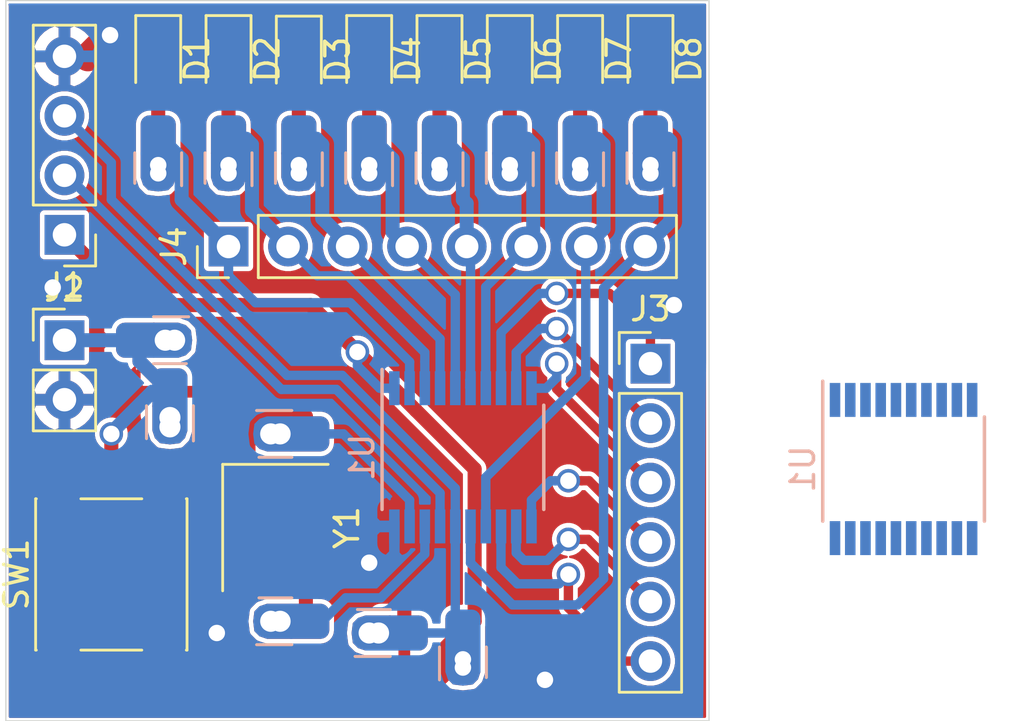
<source format=kicad_pcb>
(kicad_pcb (version 20171130) (host pcbnew "(5.1.5)-3")
  (layers (0 F.Cu signal hide) (31 B.Cu signal) (34 B.Paste user) (35 F.Paste user) (36 B.SilkS user) (37 F.SilkS user hide) (38 B.Mask user) (39 F.Mask user) (44 Edge.Cuts user))
  (net 0 "")
  (net 1 "Net-(C1-Pad2)")
  (net 2 "Net-(C1-Pad1)")
  (net 3 GND)
  (net 4 "Net-(C2-Pad1)")
  (net 5 RST)
  (net 6 "Net-(C5-Pad1)")
  (net 7 "Net-(C5-Pad2)")
  (net 8 "Net-(D1-Pad2)")
  (net 9 "Net-(D2-Pad2)")
  (net 10 "Net-(D3-Pad2)")
  (net 11 "Net-(D4-Pad2)")
  (net 12 "Net-(D5-Pad2)")
  (net 13 "Net-(D6-Pad2)")
  (net 14 "Net-(D7-Pad2)")
  (net 15 "Net-(D8-Pad2)")
  (net 16 VCC)
  (net 17 TST)
  (net 18 P2.0)
  (net 19 P2.1)
  (net 20 P2.2)
  (net 21 P2.3)
  (net 22 P2.4)
  (net 23 P2.5)
  (net 24 P1.0)
  (net 25 P1.1)
  (net 26 P1.2)
  (net 27 P1.3)
  (net 28 P1.4)
  (net 29 P1.5)
  (net 30 P1.6)
  (net 31 P1.7)
  (module Package_SO:TSSOP-20_4.4x6.5mm_P0.65mm (layer B.Cu) (at 119.8 89.5 270)
    (fp_text reference U1 (at 0 4.3 270) (layer B.SilkS) (effects (justify mirror)))
    (fp_text value MSP430G2553IPW20)
    (pad 20 smd rect (at 2.95 2.925 270) (size 1.45 0.45) (layers B.Cu B.Paste B.Mask) (net 3 GND))
    (pad 19 smd rect (at 2.95 2.275 270) (size 1.45 0.45) (layers B.Cu B.Paste B.Mask) (net 1 "Net-(C1-Pad2)"))
    (pad 18 smd rect (at 2.95 1.625 270) (size 1.45 0.45) (layers B.Cu B.Paste B.Mask) (net 6 "Net-(C5-Pad1)"))
    (pad 17 smd rect (at 2.95 0.975 270) (size 1.45 0.45) (layers B.Cu B.Paste B.Mask) (net 17 TST))
    (pad 16 smd rect (at 2.95 0.325 270) (size 1.45 0.45) (layers B.Cu B.Paste B.Mask) (net 5 RST))
    (pad 15 smd rect (at 2.95 -0.325 270) (size 1.45 0.45) (layers B.Cu B.Paste B.Mask) (net 31 P1.7))
    (pad 14 smd rect (at 2.95 -0.975 270) (size 1.45 0.45) (layers B.Cu B.Paste B.Mask) (net 30 P1.6))
    (pad 13 smd rect (at 2.95 -1.625 270) (size 1.45 0.45) (layers B.Cu B.Paste B.Mask) (net 23 P2.5))
    (pad 12 smd rect (at 2.95 -2.275 270) (size 1.45 0.45) (layers B.Cu B.Paste B.Mask) (net 22 P2.4))
    (pad 11 smd rect (at 2.95 -2.925 270) (size 1.45 0.45) (layers B.Cu B.Paste B.Mask) (net 21 P2.3))
    (pad 10 smd rect (at -2.95 -2.925 270) (size 1.45 0.45) (layers B.Cu B.Paste B.Mask) (net 20 P2.2))
    (pad 9 smd rect (at -2.95 -2.275 270) (size 1.45 0.45) (layers B.Cu B.Paste B.Mask) (net 19 P2.1))
    (pad 8 smd rect (at -2.95 -1.625 270) (size 1.45 0.45) (layers B.Cu B.Paste B.Mask) (net 18 P2.0))
    (pad 7 smd rect (at -2.95 -0.975 270) (size 1.45 0.45) (layers B.Cu B.Paste B.Mask) (net 29 P1.5))
    (pad 6 smd rect (at -2.95 -0.325 270) (size 1.45 0.45) (layers B.Cu B.Paste B.Mask) (net 28 P1.4))
    (pad 5 smd rect (at -2.95 0.325 270) (size 1.45 0.45) (layers B.Cu B.Paste B.Mask) (net 27 P1.3))
    (pad 4 smd rect (at -2.95 0.975 270) (size 1.45 0.45) (layers B.Cu B.Paste B.Mask) (net 26 P1.2))
    (pad 3 smd rect (at -2.95 1.625 270) (size 1.45 0.45) (layers B.Cu B.Paste B.Mask) (net 25 P1.1))
    (pad 2 smd rect (at -2.95 2.275 270) (size 1.45 0.45) (layers B.Cu B.Paste B.Mask) (net 24 P1.0))
    (pad 1 smd rect (at -2.95 2.925 270) (size 1.45 0.45) (layers B.Cu B.Paste B.Mask) (net 16 VCC))
  )
  (module thSMD:thsmd_03_s (layer F.Cu) (at 101 97.8 270)
    (fp_text reference R1 hide)
    (fp_text value 47k hide)
    (fp_poly (pts (xy 0.65 -0.6) (xy 0.85 -0.4) (xy 0.9 0) (xy 0.85 0.4) (xy 0.65 0.6) (xy 0.35 0.7) (xy -0.7 0.7) (xy -0.7 -0.7) (xy 0.35 -0.7)) (layer B.Cu) (width 0.1))
    (fp_poly (pts (xy 0.65 -0.6) (xy 0.85 -0.4) (xy 0.9 0) (xy 0.85 0.4) (xy 0.65 0.6) (xy 0.35 0.7) (xy -0.7 0.7) (xy -0.7 -0.7) (xy 0.35 -0.7)) (layer F.Cu) (width 0.1))
    (pad "" np_thru_hole circle (at 0.175 0 270) (size 0.7 0.7) (drill 0.7) (layers *.Cu))
    (pad 2 smd roundrect (at -1.3 0 270) (size 2 1.5) (layers B.Cu B.Mask) (net 5 RST))
    (pad 1 smd roundrect (at -1.3 0 270) (size 2 1.5) (layers F.Cu F.Mask) (net 16 VCC))
    (pad "" np_thru_hole circle (at -0.175 0 270) (size 0.7 0.7) (drill 0.7) (layers *.Cu))
  )
  (module thSMD:thsmd_03_s (layer B.Cu) (at 88 76.7 270)
    (fp_text reference R2 hide)
    (fp_text value 220 hide)
    (fp_poly (pts (xy 0.65 0.6) (xy 0.85 0.4) (xy 0.9 0) (xy 0.85 -0.4) (xy 0.65 -0.6) (xy 0.35 -0.7) (xy -0.7 -0.7) (xy -0.7 0.7) (xy 0.35 0.7)) (layer F.Cu) (width 0.1))
    (fp_poly (pts (xy 0.65 0.6) (xy 0.85 0.4) (xy 0.9 0) (xy 0.85 -0.4) (xy 0.65 -0.6) (xy 0.35 -0.7) (xy -0.7 -0.7) (xy -0.7 0.7) (xy 0.35 0.7)) (layer B.Cu) (width 0.1))
    (pad "" np_thru_hole circle (at 0.175 0 270) (size 0.7 0.7) (drill 0.7) (layers *.Cu))
    (pad 2 smd roundrect (at -1.3 0 270) (size 2 1.5) (layers F.Cu F.Mask) (net 8 "Net-(D1-Pad2)"))
    (pad 1 smd roundrect (at -1.3 0 270) (size 2 1.5) (layers B.Cu B.Mask) (net 24 P1.0))
    (pad "" np_thru_hole circle (at -0.175 0 270) (size 0.7 0.7) (drill 0.7) (layers *.Cu))
  )
  (module thSMD:thsmd_03_s (layer B.Cu) (at 91 76.7 270)
    (fp_text reference R3 hide)
    (fp_text value 220 hide)
    (fp_poly (pts (xy 0.65 0.6) (xy 0.85 0.4) (xy 0.9 0) (xy 0.85 -0.4) (xy 0.65 -0.6) (xy 0.35 -0.7) (xy -0.7 -0.7) (xy -0.7 0.7) (xy 0.35 0.7)) (layer F.Cu) (width 0.1))
    (fp_poly (pts (xy 0.65 0.6) (xy 0.85 0.4) (xy 0.9 0) (xy 0.85 -0.4) (xy 0.65 -0.6) (xy 0.35 -0.7) (xy -0.7 -0.7) (xy -0.7 0.7) (xy 0.35 0.7)) (layer B.Cu) (width 0.1))
    (pad "" np_thru_hole circle (at 0.175 0 270) (size 0.7 0.7) (drill 0.7) (layers *.Cu))
    (pad 2 smd roundrect (at -1.3 0 270) (size 2 1.5) (layers F.Cu F.Mask) (net 9 "Net-(D2-Pad2)"))
    (pad 1 smd roundrect (at -1.3 0 270) (size 2 1.5) (layers B.Cu B.Mask) (net 25 P1.1))
    (pad "" np_thru_hole circle (at -0.175 0 270) (size 0.7 0.7) (drill 0.7) (layers *.Cu))
  )
  (module thSMD:thsmd_03_s (layer B.Cu) (at 94 76.7 270)
    (fp_text reference R4 hide)
    (fp_text value 220 hide)
    (fp_poly (pts (xy 0.65 0.6) (xy 0.85 0.4) (xy 0.9 0) (xy 0.85 -0.4) (xy 0.65 -0.6) (xy 0.35 -0.7) (xy -0.7 -0.7) (xy -0.7 0.7) (xy 0.35 0.7)) (layer F.Cu) (width 0.1))
    (fp_poly (pts (xy 0.65 0.6) (xy 0.85 0.4) (xy 0.9 0) (xy 0.85 -0.4) (xy 0.65 -0.6) (xy 0.35 -0.7) (xy -0.7 -0.7) (xy -0.7 0.7) (xy 0.35 0.7)) (layer B.Cu) (width 0.1))
    (pad "" np_thru_hole circle (at 0.175 0 270) (size 0.7 0.7) (drill 0.7) (layers *.Cu))
    (pad 2 smd roundrect (at -1.3 0 270) (size 2 1.5) (layers F.Cu F.Mask) (net 10 "Net-(D3-Pad2)"))
    (pad 1 smd roundrect (at -1.3 0 270) (size 2 1.5) (layers B.Cu B.Mask) (net 26 P1.2))
    (pad "" np_thru_hole circle (at -0.175 0 270) (size 0.7 0.7) (drill 0.7) (layers *.Cu))
  )
  (module thSMD:thsmd_03_s (layer B.Cu) (at 97 76.7 270)
    (fp_text reference R5 hide)
    (fp_text value 220 hide)
    (fp_poly (pts (xy 0.65 0.6) (xy 0.85 0.4) (xy 0.9 0) (xy 0.85 -0.4) (xy 0.65 -0.6) (xy 0.35 -0.7) (xy -0.7 -0.7) (xy -0.7 0.7) (xy 0.35 0.7)) (layer F.Cu) (width 0.1))
    (fp_poly (pts (xy 0.65 0.6) (xy 0.85 0.4) (xy 0.9 0) (xy 0.85 -0.4) (xy 0.65 -0.6) (xy 0.35 -0.7) (xy -0.7 -0.7) (xy -0.7 0.7) (xy 0.35 0.7)) (layer B.Cu) (width 0.1))
    (pad "" np_thru_hole circle (at 0.175 0 270) (size 0.7 0.7) (drill 0.7) (layers *.Cu))
    (pad 2 smd roundrect (at -1.3 0 270) (size 2 1.5) (layers F.Cu F.Mask) (net 11 "Net-(D4-Pad2)"))
    (pad 1 smd roundrect (at -1.3 0 270) (size 2 1.5) (layers B.Cu B.Mask) (net 27 P1.3))
    (pad "" np_thru_hole circle (at -0.175 0 270) (size 0.7 0.7) (drill 0.7) (layers *.Cu))
  )
  (module thSMD:thsmd_03_s (layer B.Cu) (at 100 76.7 270)
    (fp_text reference R6 hide)
    (fp_text value 220 hide)
    (fp_poly (pts (xy 0.65 0.6) (xy 0.85 0.4) (xy 0.9 0) (xy 0.85 -0.4) (xy 0.65 -0.6) (xy 0.35 -0.7) (xy -0.7 -0.7) (xy -0.7 0.7) (xy 0.35 0.7)) (layer F.Cu) (width 0.1))
    (fp_poly (pts (xy 0.65 0.6) (xy 0.85 0.4) (xy 0.9 0) (xy 0.85 -0.4) (xy 0.65 -0.6) (xy 0.35 -0.7) (xy -0.7 -0.7) (xy -0.7 0.7) (xy 0.35 0.7)) (layer B.Cu) (width 0.1))
    (pad "" np_thru_hole circle (at 0.175 0 270) (size 0.7 0.7) (drill 0.7) (layers *.Cu))
    (pad 2 smd roundrect (at -1.3 0 270) (size 2 1.5) (layers F.Cu F.Mask) (net 12 "Net-(D5-Pad2)"))
    (pad 1 smd roundrect (at -1.3 0 270) (size 2 1.5) (layers B.Cu B.Mask) (net 28 P1.4))
    (pad "" np_thru_hole circle (at -0.175 0 270) (size 0.7 0.7) (drill 0.7) (layers *.Cu))
  )
  (module thSMD:thsmd_03_s (layer B.Cu) (at 103 76.7 270)
    (fp_text reference R7 hide)
    (fp_text value 220 hide)
    (fp_poly (pts (xy 0.65 0.6) (xy 0.85 0.4) (xy 0.9 0) (xy 0.85 -0.4) (xy 0.65 -0.6) (xy 0.35 -0.7) (xy -0.7 -0.7) (xy -0.7 0.7) (xy 0.35 0.7)) (layer F.Cu) (width 0.1))
    (fp_poly (pts (xy 0.65 0.6) (xy 0.85 0.4) (xy 0.9 0) (xy 0.85 -0.4) (xy 0.65 -0.6) (xy 0.35 -0.7) (xy -0.7 -0.7) (xy -0.7 0.7) (xy 0.35 0.7)) (layer B.Cu) (width 0.1))
    (pad "" np_thru_hole circle (at 0.175 0 270) (size 0.7 0.7) (drill 0.7) (layers *.Cu))
    (pad 2 smd roundrect (at -1.3 0 270) (size 2 1.5) (layers F.Cu F.Mask) (net 13 "Net-(D6-Pad2)"))
    (pad 1 smd roundrect (at -1.3 0 270) (size 2 1.5) (layers B.Cu B.Mask) (net 29 P1.5))
    (pad "" np_thru_hole circle (at -0.175 0 270) (size 0.7 0.7) (drill 0.7) (layers *.Cu))
  )
  (module thSMD:thsmd_03_s (layer B.Cu) (at 106 76.7 270)
    (fp_text reference R8 hide)
    (fp_text value 220 hide)
    (fp_poly (pts (xy 0.65 0.6) (xy 0.85 0.4) (xy 0.9 0) (xy 0.85 -0.4) (xy 0.65 -0.6) (xy 0.35 -0.7) (xy -0.7 -0.7) (xy -0.7 0.7) (xy 0.35 0.7)) (layer F.Cu) (width 0.1))
    (fp_poly (pts (xy 0.65 0.6) (xy 0.85 0.4) (xy 0.9 0) (xy 0.85 -0.4) (xy 0.65 -0.6) (xy 0.35 -0.7) (xy -0.7 -0.7) (xy -0.7 0.7) (xy 0.35 0.7)) (layer B.Cu) (width 0.1))
    (pad "" np_thru_hole circle (at 0.175 0 270) (size 0.7 0.7) (drill 0.7) (layers *.Cu))
    (pad 2 smd roundrect (at -1.3 0 270) (size 2 1.5) (layers F.Cu F.Mask) (net 14 "Net-(D7-Pad2)"))
    (pad 1 smd roundrect (at -1.3 0 270) (size 2 1.5) (layers B.Cu B.Mask) (net 30 P1.6))
    (pad "" np_thru_hole circle (at -0.175 0 270) (size 0.7 0.7) (drill 0.7) (layers *.Cu))
  )
  (module thSMD:thsmd_03_s (layer B.Cu) (at 109 76.7 270)
    (fp_text reference R9 hide)
    (fp_text value 220 hide)
    (fp_poly (pts (xy 0.65 0.6) (xy 0.85 0.4) (xy 0.9 0) (xy 0.85 -0.4) (xy 0.65 -0.6) (xy 0.35 -0.7) (xy -0.7 -0.7) (xy -0.7 0.7) (xy 0.35 0.7)) (layer F.Cu) (width 0.1))
    (fp_poly (pts (xy 0.65 0.6) (xy 0.85 0.4) (xy 0.9 0) (xy 0.85 -0.4) (xy 0.65 -0.6) (xy 0.35 -0.7) (xy -0.7 -0.7) (xy -0.7 0.7) (xy 0.35 0.7)) (layer B.Cu) (width 0.1))
    (pad "" np_thru_hole circle (at 0.175 0 270) (size 0.7 0.7) (drill 0.7) (layers *.Cu))
    (pad 2 smd roundrect (at -1.3 0 270) (size 2 1.5) (layers F.Cu F.Mask) (net 15 "Net-(D8-Pad2)"))
    (pad 1 smd roundrect (at -1.3 0 270) (size 2 1.5) (layers B.Cu B.Mask) (net 31 P1.7))
    (pad "" np_thru_hole circle (at -0.175 0 270) (size 0.7 0.7) (drill 0.7) (layers *.Cu))
  )
  (module thSMD:thsmd_03_l (layer F.Cu) (at 93 88 180)
    (fp_text reference C1 hide)
    (fp_text value 14pf hide)
    (fp_poly (pts (xy 0.65 -0.6) (xy 0.85 -0.4) (xy 0.9 0) (xy 0.85 0.4) (xy 0.65 0.6) (xy 0.35 0.7) (xy -0.7 0.7) (xy -0.7 -0.7) (xy 0.35 -0.7)) (layer B.Cu) (width 0.1))
    (fp_poly (pts (xy 0.65 -0.6) (xy 0.85 -0.4) (xy 0.9 0) (xy 0.85 0.4) (xy 0.65 0.6) (xy 0.35 0.7) (xy -0.7 0.7) (xy -0.7 -0.7) (xy 0.35 -0.7)) (layer F.Cu) (width 0.1))
    (pad "" np_thru_hole circle (at 0.2 0 180) (size 0.9 0.9) (drill 0.9) (layers *.Cu))
    (pad 2 smd roundrect (at -1.3 0 180) (size 2 1.5) (layers B.Cu B.Mask) (net 1 "Net-(C1-Pad2)"))
    (pad 1 smd roundrect (at -1.3 0 180) (size 2 1.5) (layers F.Cu F.Mask) (net 2 "Net-(C1-Pad1)"))
    (pad "" np_thru_hole circle (at -0.2 0 180) (size 0.9 0.9) (drill 0.9) (layers *.Cu))
  )
  (module thSMD:thsmd_03_l (layer B.Cu) (at 88.5 87.5 270)
    (fp_text reference C2 hide)
    (fp_text value 10uf hide)
    (fp_poly (pts (xy 0.65 0.6) (xy 0.85 0.4) (xy 0.9 0) (xy 0.85 -0.4) (xy 0.65 -0.6) (xy 0.35 -0.7) (xy -0.7 -0.7) (xy -0.7 0.7) (xy 0.35 0.7)) (layer F.Cu) (width 0.1))
    (fp_poly (pts (xy 0.65 0.6) (xy 0.85 0.4) (xy 0.9 0) (xy 0.85 -0.4) (xy 0.65 -0.6) (xy 0.35 -0.7) (xy -0.7 -0.7) (xy -0.7 0.7) (xy 0.35 0.7)) (layer B.Cu) (width 0.1))
    (pad "" np_thru_hole circle (at 0.2 0 270) (size 0.9 0.9) (drill 0.9) (layers *.Cu))
    (pad 2 smd roundrect (at -1.3 0 270) (size 2 1.5) (layers F.Cu F.Mask) (net 3 GND))
    (pad 1 smd roundrect (at -1.3 0 270) (size 2 1.5) (layers B.Cu B.Mask) (net 4 "Net-(C2-Pad1)"))
    (pad "" np_thru_hole circle (at -0.2 0 270) (size 0.9 0.9) (drill 0.9) (layers *.Cu))
  )
  (module thSMD:thsmd_03_l (layer B.Cu) (at 88.5 84)
    (fp_text reference C3 hide)
    (fp_text value 100nf hide)
    (fp_poly (pts (xy 0.65 0.6) (xy 0.85 0.4) (xy 0.9 0) (xy 0.85 -0.4) (xy 0.65 -0.6) (xy 0.35 -0.7) (xy -0.7 -0.7) (xy -0.7 0.7) (xy 0.35 0.7)) (layer F.Cu) (width 0.1))
    (fp_poly (pts (xy 0.65 0.6) (xy 0.85 0.4) (xy 0.9 0) (xy 0.85 -0.4) (xy 0.65 -0.6) (xy 0.35 -0.7) (xy -0.7 -0.7) (xy -0.7 0.7) (xy 0.35 0.7)) (layer B.Cu) (width 0.1))
    (pad "" np_thru_hole circle (at 0.2 0) (size 0.9 0.9) (drill 0.9) (layers *.Cu))
    (pad 2 smd roundrect (at -1.3 0) (size 2 1.5) (layers F.Cu F.Mask) (net 3 GND))
    (pad 1 smd roundrect (at -1.3 0) (size 2 1.5) (layers B.Cu B.Mask) (net 4 "Net-(C2-Pad1)"))
    (pad "" np_thru_hole circle (at -0.2 0) (size 0.9 0.9) (drill 0.9) (layers *.Cu))
  )
  (module thSMD:thsmd_03_l (layer B.Cu) (at 97.2 96.5 180)
    (fp_text reference C4 hide)
    (fp_text value 2.2nf hide)
    (fp_poly (pts (xy 0.65 0.6) (xy 0.85 0.4) (xy 0.9 0) (xy 0.85 -0.4) (xy 0.65 -0.6) (xy 0.35 -0.7) (xy -0.7 -0.7) (xy -0.7 0.7) (xy 0.35 0.7)) (layer F.Cu) (width 0.1))
    (fp_poly (pts (xy 0.65 0.6) (xy 0.85 0.4) (xy 0.9 0) (xy 0.85 -0.4) (xy 0.65 -0.6) (xy 0.35 -0.7) (xy -0.7 -0.7) (xy -0.7 0.7) (xy 0.35 0.7)) (layer B.Cu) (width 0.1))
    (pad "" np_thru_hole circle (at 0.2 0 180) (size 0.9 0.9) (drill 0.9) (layers *.Cu))
    (pad 2 smd roundrect (at -1.3 0 180) (size 2 1.5) (layers F.Cu F.Mask) (net 3 GND))
    (pad 1 smd roundrect (at -1.3 0 180) (size 2 1.5) (layers B.Cu B.Mask) (net 5 RST))
    (pad "" np_thru_hole circle (at -0.2 0 180) (size 0.9 0.9) (drill 0.9) (layers *.Cu))
  )
  (module thSMD:thsmd_03_l (layer B.Cu) (at 93 96 180)
    (fp_text reference C5 hide)
    (fp_text value 14pf hide)
    (fp_poly (pts (xy 0.65 0.6) (xy 0.85 0.4) (xy 0.9 0) (xy 0.85 -0.4) (xy 0.65 -0.6) (xy 0.35 -0.7) (xy -0.7 -0.7) (xy -0.7 0.7) (xy 0.35 0.7)) (layer F.Cu) (width 0.1))
    (fp_poly (pts (xy 0.65 0.6) (xy 0.85 0.4) (xy 0.9 0) (xy 0.85 -0.4) (xy 0.65 -0.6) (xy 0.35 -0.7) (xy -0.7 -0.7) (xy -0.7 0.7) (xy 0.35 0.7)) (layer B.Cu) (width 0.1))
    (pad "" np_thru_hole circle (at 0.2 0 180) (size 0.9 0.9) (drill 0.9) (layers *.Cu))
    (pad 2 smd roundrect (at -1.3 0 180) (size 2 1.5) (layers F.Cu F.Mask) (net 7 "Net-(C5-Pad2)"))
    (pad 1 smd roundrect (at -1.3 0 180) (size 2 1.5) (layers B.Cu B.Mask) (net 6 "Net-(C5-Pad1)"))
    (pad "" np_thru_hole circle (at -0.2 0 180) (size 0.9 0.9) (drill 0.9) (layers *.Cu))
  )
  (module LED_SMD:LED_0805_2012Metric_Pad1.15x1.40mm_HandSolder (layer F.Cu) (at 88 72 270)
    (fp_text reference D1 (at 0 -1.65 90) (layer F.SilkS))
    (fp_text value LED)
    (pad 2 smd roundrect (at 1.025 0 270) (size 1.15 1.4) (layers F.Cu F.Paste F.Mask) (roundrect_rratio 0.217391) (net 8 "Net-(D1-Pad2)"))
    (pad 1 smd roundrect (at -1.025 0 270) (size 1.15 1.4) (layers F.Cu F.Paste F.Mask) (roundrect_rratio 0.217391) (net 3 GND))
  )
  (module LED_SMD:LED_0805_2012Metric_Pad1.15x1.40mm_HandSolder (layer F.Cu) (at 91 72 270)
    (fp_text reference D2 (at 0 -1.65 90) (layer F.SilkS))
    (fp_text value LED)
    (pad 1 smd roundrect (at -1.025 0 270) (size 1.15 1.4) (layers F.Cu F.Paste F.Mask) (roundrect_rratio 0.217391) (net 3 GND))
    (pad 2 smd roundrect (at 1.025 0 270) (size 1.15 1.4) (layers F.Cu F.Paste F.Mask) (roundrect_rratio 0.217391) (net 9 "Net-(D2-Pad2)"))
  )
  (module LED_SMD:LED_0805_2012Metric_Pad1.15x1.40mm_HandSolder (layer F.Cu) (at 94 72.025 270)
    (fp_text reference D3 (at 0 -1.65 90) (layer F.SilkS))
    (fp_text value LED)
    (pad 2 smd roundrect (at 1.025 0 270) (size 1.15 1.4) (layers F.Cu F.Paste F.Mask) (roundrect_rratio 0.217391) (net 10 "Net-(D3-Pad2)"))
    (pad 1 smd roundrect (at -1.025 0 270) (size 1.15 1.4) (layers F.Cu F.Paste F.Mask) (roundrect_rratio 0.217391) (net 3 GND))
  )
  (module LED_SMD:LED_0805_2012Metric_Pad1.15x1.40mm_HandSolder (layer F.Cu) (at 97 72 270)
    (fp_text reference D4 (at 0 -1.65 90) (layer F.SilkS))
    (fp_text value LED)
    (pad 1 smd roundrect (at -1.025 0 270) (size 1.15 1.4) (layers F.Cu F.Paste F.Mask) (roundrect_rratio 0.217391) (net 3 GND))
    (pad 2 smd roundrect (at 1.025 0 270) (size 1.15 1.4) (layers F.Cu F.Paste F.Mask) (roundrect_rratio 0.217391) (net 11 "Net-(D4-Pad2)"))
  )
  (module LED_SMD:LED_0805_2012Metric_Pad1.15x1.40mm_HandSolder (layer F.Cu) (at 100 72 270)
    (fp_text reference D5 (at 0 -1.65 90) (layer F.SilkS))
    (fp_text value LED)
    (pad 1 smd roundrect (at -1.025 0 270) (size 1.15 1.4) (layers F.Cu F.Paste F.Mask) (roundrect_rratio 0.217391) (net 3 GND))
    (pad 2 smd roundrect (at 1.025 0 270) (size 1.15 1.4) (layers F.Cu F.Paste F.Mask) (roundrect_rratio 0.217391) (net 12 "Net-(D5-Pad2)"))
  )
  (module LED_SMD:LED_0805_2012Metric_Pad1.15x1.40mm_HandSolder (layer F.Cu) (at 103 72 270)
    (fp_text reference D6 (at 0 -1.65 90) (layer F.SilkS))
    (fp_text value LED)
    (pad 2 smd roundrect (at 1.025 0 270) (size 1.15 1.4) (layers F.Cu F.Paste F.Mask) (roundrect_rratio 0.217391) (net 13 "Net-(D6-Pad2)"))
    (pad 1 smd roundrect (at -1.025 0 270) (size 1.15 1.4) (layers F.Cu F.Paste F.Mask) (roundrect_rratio 0.217391) (net 3 GND))
  )
  (module LED_SMD:LED_0805_2012Metric_Pad1.15x1.40mm_HandSolder (layer F.Cu) (at 106 72 270)
    (fp_text reference D7 (at 0 -1.65 90) (layer F.SilkS))
    (fp_text value LED)
    (pad 1 smd roundrect (at -1.025 0 270) (size 1.15 1.4) (layers F.Cu F.Paste F.Mask) (roundrect_rratio 0.217391) (net 3 GND))
    (pad 2 smd roundrect (at 1.025 0 270) (size 1.15 1.4) (layers F.Cu F.Paste F.Mask) (roundrect_rratio 0.217391) (net 14 "Net-(D7-Pad2)"))
  )
  (module LED_SMD:LED_0805_2012Metric_Pad1.15x1.40mm_HandSolder (layer F.Cu) (at 109 72 270)
    (fp_text reference D8 (at 0 -1.65 90) (layer F.SilkS))
    (fp_text value LED)
    (pad 2 smd roundrect (at 1.025 0 270) (size 1.15 1.4) (layers F.Cu F.Paste F.Mask) (roundrect_rratio 0.217391) (net 15 "Net-(D8-Pad2)"))
    (pad 1 smd roundrect (at -1.025 0 270) (size 1.15 1.4) (layers F.Cu F.Paste F.Mask) (roundrect_rratio 0.217391) (net 3 GND))
  )
  (module Connector_PinHeader_2.54mm:PinHeader_1x02_P2.54mm_Vertical (layer F.Cu) (at 84 84)
    (fp_text reference J1 (at 0 -2.33) (layer F.SilkS))
    (fp_text value Power)
    (pad 1 thru_hole rect (at 0 0) (size 1.7 1.7) (drill 1) (layers *.Cu *.Mask) (net 4 "Net-(C2-Pad1)"))
    (pad 2 thru_hole oval (at 0 2.54) (size 1.7 1.7) (drill 1) (layers *.Cu *.Mask) (net 3 GND))
  )
  (module Connector_PinHeader_2.54mm:PinHeader_1x04_P2.54mm_Vertical (layer F.Cu) (at 84 79.5 180)
    (fp_text reference J2 (at 0 -2.33) (layer F.SilkS))
    (fp_text value Programmer)
    (pad 1 thru_hole rect (at 0 0 180) (size 1.7 1.7) (drill 1) (layers *.Cu *.Mask) (net 16 VCC))
    (pad 2 thru_hole oval (at 0 2.54 180) (size 1.7 1.7) (drill 1) (layers *.Cu *.Mask) (net 17 TST))
    (pad 3 thru_hole oval (at 0 5.08 180) (size 1.7 1.7) (drill 1) (layers *.Cu *.Mask) (net 5 RST))
    (pad 4 thru_hole oval (at 0 7.62 180) (size 1.7 1.7) (drill 1) (layers *.Cu *.Mask) (net 3 GND))
  )
  (module Connector_PinHeader_2.54mm:PinHeader_1x06_P2.54mm_Vertical (layer F.Cu) (at 109 85)
    (fp_text reference J3 (at 0 -2.33) (layer F.SilkS))
    (fp_text value Conn_01x06_Female)
    (pad 1 thru_hole rect (at 0 0) (size 1.7 1.7) (drill 1) (layers *.Cu *.Mask) (net 18 P2.0))
    (pad 2 thru_hole oval (at 0 2.54) (size 1.7 1.7) (drill 1) (layers *.Cu *.Mask) (net 19 P2.1))
    (pad 3 thru_hole oval (at 0 5.08) (size 1.7 1.7) (drill 1) (layers *.Cu *.Mask) (net 20 P2.2))
    (pad 4 thru_hole oval (at 0 7.62) (size 1.7 1.7) (drill 1) (layers *.Cu *.Mask) (net 21 P2.3))
    (pad 5 thru_hole oval (at 0 10.16) (size 1.7 1.7) (drill 1) (layers *.Cu *.Mask) (net 22 P2.4))
    (pad 6 thru_hole oval (at 0 12.7) (size 1.7 1.7) (drill 1) (layers *.Cu *.Mask) (net 23 P2.5))
  )
  (module Connector_PinHeader_2.54mm:PinHeader_1x08_P2.54mm_Vertical (layer F.Cu) (at 91 80 90)
    (fp_text reference J4 (at 0 -2.33 90) (layer F.SilkS))
    (fp_text value Conn_01x08_Female)
    (pad 1 thru_hole rect (at 0 0 90) (size 1.7 1.7) (drill 1) (layers *.Cu *.Mask) (net 24 P1.0))
    (pad 2 thru_hole oval (at 0 2.54 90) (size 1.7 1.7) (drill 1) (layers *.Cu *.Mask) (net 25 P1.1))
    (pad 3 thru_hole oval (at 0 5.08 90) (size 1.7 1.7) (drill 1) (layers *.Cu *.Mask) (net 26 P1.2))
    (pad 4 thru_hole oval (at 0 7.62 90) (size 1.7 1.7) (drill 1) (layers *.Cu *.Mask) (net 27 P1.3))
    (pad 5 thru_hole oval (at 0 10.16 90) (size 1.7 1.7) (drill 1) (layers *.Cu *.Mask) (net 28 P1.4))
    (pad 6 thru_hole oval (at 0 12.7 90) (size 1.7 1.7) (drill 1) (layers *.Cu *.Mask) (net 29 P1.5))
    (pad 7 thru_hole oval (at 0 15.24 90) (size 1.7 1.7) (drill 1) (layers *.Cu *.Mask) (net 30 P1.6))
    (pad 8 thru_hole oval (at 0 17.78 90) (size 1.7 1.7) (drill 1) (layers *.Cu *.Mask) (net 31 P1.7))
  )
  (module Button_Switch_SMD:SW_Push_1P1T_NO_6x6mm_H9.5mm (layer F.Cu) (at 86 94 90)
    (fp_text reference SW1 (at 0 -4.05 90) (layer F.SilkS))
    (fp_text value SW_Push)
    (pad 2 smd rect (at -3.975 2.25 90) (size 1.55 1.3) (layers F.Cu F.Paste F.Mask) (net 16 VCC))
    (pad 1 smd rect (at -3.975 -2.25 90) (size 1.55 1.3) (layers F.Cu F.Paste F.Mask) (net 4 "Net-(C2-Pad1)"))
    (pad 1 smd rect (at 3.975 -2.25 90) (size 1.55 1.3) (layers F.Cu F.Paste F.Mask) (net 4 "Net-(C2-Pad1)"))
    (pad 2 smd rect (at 3.975 2.25 90) (size 1.55 1.3) (layers F.Cu F.Paste F.Mask) (net 16 VCC))
  )
  (module Package_SO:TSSOP-20_4.4x6.5mm_P0.65mm (layer B.Cu) (at 101 89 270)
    (fp_text reference U1 (at 0 4.3 270) (layer B.SilkS) (effects (justify mirror)))
    (fp_text value MSP430G2553IPW20)
    (pad 1 smd rect (at -2.95 2.925 270) (size 1.45 0.45) (layers B.Cu B.Paste B.Mask) (net 16 VCC))
    (pad 2 smd rect (at -2.95 2.275 270) (size 1.45 0.45) (layers B.Cu B.Paste B.Mask) (net 24 P1.0))
    (pad 3 smd rect (at -2.95 1.625 270) (size 1.45 0.45) (layers B.Cu B.Paste B.Mask) (net 25 P1.1))
    (pad 4 smd rect (at -2.95 0.975 270) (size 1.45 0.45) (layers B.Cu B.Paste B.Mask) (net 26 P1.2))
    (pad 5 smd rect (at -2.95 0.325 270) (size 1.45 0.45) (layers B.Cu B.Paste B.Mask) (net 27 P1.3))
    (pad 6 smd rect (at -2.95 -0.325 270) (size 1.45 0.45) (layers B.Cu B.Paste B.Mask) (net 28 P1.4))
    (pad 7 smd rect (at -2.95 -0.975 270) (size 1.45 0.45) (layers B.Cu B.Paste B.Mask) (net 29 P1.5))
    (pad 8 smd rect (at -2.95 -1.625 270) (size 1.45 0.45) (layers B.Cu B.Paste B.Mask) (net 18 P2.0))
    (pad 9 smd rect (at -2.95 -2.275 270) (size 1.45 0.45) (layers B.Cu B.Paste B.Mask) (net 19 P2.1))
    (pad 10 smd rect (at -2.95 -2.925 270) (size 1.45 0.45) (layers B.Cu B.Paste B.Mask) (net 20 P2.2))
    (pad 11 smd rect (at 2.95 -2.925 270) (size 1.45 0.45) (layers B.Cu B.Paste B.Mask) (net 21 P2.3))
    (pad 12 smd rect (at 2.95 -2.275 270) (size 1.45 0.45) (layers B.Cu B.Paste B.Mask) (net 22 P2.4))
    (pad 13 smd rect (at 2.95 -1.625 270) (size 1.45 0.45) (layers B.Cu B.Paste B.Mask) (net 23 P2.5))
    (pad 14 smd rect (at 2.95 -0.975 270) (size 1.45 0.45) (layers B.Cu B.Paste B.Mask) (net 30 P1.6))
    (pad 15 smd rect (at 2.95 -0.325 270) (size 1.45 0.45) (layers B.Cu B.Paste B.Mask) (net 31 P1.7))
    (pad 16 smd rect (at 2.95 0.325 270) (size 1.45 0.45) (layers B.Cu B.Paste B.Mask) (net 5 RST))
    (pad 17 smd rect (at 2.95 0.975 270) (size 1.45 0.45) (layers B.Cu B.Paste B.Mask) (net 17 TST))
    (pad 18 smd rect (at 2.95 1.625 270) (size 1.45 0.45) (layers B.Cu B.Paste B.Mask) (net 6 "Net-(C5-Pad1)"))
    (pad 19 smd rect (at 2.95 2.275 270) (size 1.45 0.45) (layers B.Cu B.Paste B.Mask) (net 1 "Net-(C1-Pad2)"))
    (pad 20 smd rect (at 2.95 2.925 270) (size 1.45 0.45) (layers B.Cu B.Paste B.Mask) (net 3 GND))
  )
  (module Crystal:Crystal_SMD_3225-4Pin_3.2x2.5mm_HandSoldering (layer F.Cu) (at 93 92 270)
    (fp_text reference Y1 (at 0 -3.05 90) (layer F.SilkS))
    (fp_text value Crystal_GND24)
    (pad 1 smd rect (at -1.45 1.15 270) (size 2.1 1.8) (layers F.Cu F.Paste F.Mask) (net 2 "Net-(C1-Pad1)"))
    (pad 2 smd rect (at 1.45 1.15 270) (size 2.1 1.8) (layers F.Cu F.Paste F.Mask) (net 3 GND))
    (pad 3 smd rect (at 1.45 -1.15 270) (size 2.1 1.8) (layers F.Cu F.Paste F.Mask) (net 7 "Net-(C5-Pad2)"))
    (pad 4 smd rect (at -1.45 -1.15 270) (size 2.1 1.8) (layers F.Cu F.Paste F.Mask) (net 3 GND))
  )
  (gr_line (start 81.5 100.25) (end 81.5 69.5) (layer Edge.Cuts) (width 0.05))
  (gr_line (start 111.5 100.25) (end 81.5 100.25) (layer Edge.Cuts) (width 0.05))
  (gr_line (start 111.5 69.5) (end 111.5 100.25) (layer Edge.Cuts) (width 0.05))
  (gr_line (start 81.5 69.5) (end 111.5 69.5) (layer Edge.Cuts) (width 0.05))
  (segment (start 95.3 88) (end 94.3 88) (width 0.4) (layer B.Cu) (net 1))
  (segment (start 95.9 88) (end 95.3 88) (width 0.4) (layer B.Cu) (net 1))
  (segment (start 98.725 90.825) (end 95.9 88) (width 0.4) (layer B.Cu) (net 1))
  (segment (start 98.725 91.95) (end 98.725 90.825) (width 0.4) (layer B.Cu) (net 1))
  (segment (start 92.343999 87.049999) (end 91.85 87.543998) (width 0.6) (layer F.Cu) (net 2))
  (segment (start 91.85 87.543998) (end 91.85 88.9) (width 0.6) (layer F.Cu) (net 2))
  (segment (start 91.85 88.9) (end 91.85 90.55) (width 0.6) (layer F.Cu) (net 2))
  (segment (start 94.3 87.25) (end 94.099999 87.049999) (width 0.6) (layer F.Cu) (net 2))
  (segment (start 94.099999 87.049999) (end 92.343999 87.049999) (width 0.6) (layer F.Cu) (net 2))
  (segment (start 94.3 88) (end 94.3 87.25) (width 0.6) (layer F.Cu) (net 2))
  (segment (start 109 70.975) (end 106 70.975) (width 0.6) (layer F.Cu) (net 3))
  (segment (start 106 70.975) (end 103 70.975) (width 0.6) (layer F.Cu) (net 3))
  (segment (start 103 70.975) (end 100 70.975) (width 0.6) (layer F.Cu) (net 3))
  (segment (start 100 70.975) (end 97 70.975) (width 0.6) (layer F.Cu) (net 3))
  (segment (start 94.025 70.975) (end 94 71) (width 0.6) (layer F.Cu) (net 3))
  (segment (start 97 70.975) (end 94.025 70.975) (width 0.6) (layer F.Cu) (net 3))
  (segment (start 91.025 71) (end 91 70.975) (width 0.6) (layer F.Cu) (net 3))
  (segment (start 94 71) (end 91.025 71) (width 0.6) (layer F.Cu) (net 3))
  (segment (start 91 70.975) (end 88 70.975) (width 0.6) (layer F.Cu) (net 3))
  (segment (start 85.945 70.975) (end 85.945 70.975) (width 1.2) (layer F.Cu) (net 3))
  (segment (start 88 70.975) (end 85.945 70.975) (width 1.2) (layer F.Cu) (net 3))
  (segment (start 87.2 84.9) (end 88.5 86.2) (width 0.6) (layer F.Cu) (net 3))
  (segment (start 87.2 84) (end 87.2 84.9) (width 0.6) (layer F.Cu) (net 3))
  (segment (start 94.15 90.55) (end 95.55 90.55) (width 0.6) (layer F.Cu) (net 3))
  (segment (start 95.55 90.55) (end 97 92) (width 0.6) (layer F.Cu) (net 3))
  (segment (start 98.5 95) (end 97 93.5) (width 0.6) (layer F.Cu) (net 3))
  (segment (start 97.565685 93.5) (end 97 93.5) (width 0.4) (layer B.Cu) (net 3))
  (via (at 97 93.5) (size 1) (drill 0.7) (layers F.Cu B.Cu) (net 3))
  (segment (start 98.5 96.5) (end 98.5 95) (width 0.6) (layer F.Cu) (net 3))
  (segment (start 98.075 93.075) (end 97.65 93.5) (width 0.4) (layer B.Cu) (net 3))
  (segment (start 98.075 91.95) (end 98.075 93.075) (width 0.4) (layer B.Cu) (net 3))
  (segment (start 97.65 93.5) (end 97.565685 93.5) (width 0.4) (layer B.Cu) (net 3))
  (segment (start 97 92) (end 97 93.5) (width 0.6) (layer F.Cu) (net 3))
  (via (at 104.5 98.5) (size 1) (drill 0.7) (layers F.Cu B.Cu) (net 3))
  (via (at 90.5 96.5) (size 1) (drill 0.7) (layers F.Cu B.Cu) (net 3))
  (via (at 83.5 81.75) (size 1) (drill 0.7) (layers F.Cu B.Cu) (net 3))
  (segment (start 85.945 70.975) (end 85 71.92) (width 1.2) (layer F.Cu) (net 3))
  (via (at 85.945 70.975) (size 1) (drill 0.7) (layers F.Cu B.Cu) (net 3))
  (via (at 110 82.5) (size 1) (drill 0.7) (layers F.Cu B.Cu) (net 3))
  (segment (start 84 84) (end 87.2 84) (width 0.6) (layer B.Cu) (net 4))
  (segment (start 87.2 84.9) (end 88.5 86.2) (width 0.6) (layer B.Cu) (net 4))
  (segment (start 87.2 84) (end 87.2 84.9) (width 0.6) (layer B.Cu) (net 4))
  (segment (start 83.75 90.025) (end 83.75 97.975) (width 0.6) (layer F.Cu) (net 4))
  (via (at 86 88) (size 1) (drill 0.7) (layers F.Cu B.Cu) (net 4))
  (segment (start 87.75 86.2) (end 86 87.95) (width 0.6) (layer B.Cu) (net 4))
  (segment (start 88.5 86.2) (end 87.75 86.2) (width 0.6) (layer B.Cu) (net 4))
  (segment (start 86 87.95) (end 86 88) (width 0.6) (layer B.Cu) (net 4))
  (segment (start 85 90.025) (end 86 89.025) (width 0.6) (layer F.Cu) (net 4))
  (segment (start 83.75 90.025) (end 85 90.025) (width 0.6) (layer F.Cu) (net 4))
  (segment (start 86 89.025) (end 86 88) (width 0.6) (layer F.Cu) (net 4))
  (segment (start 86 76.42) (end 84 74.42) (width 0.4) (layer B.Cu) (net 5))
  (segment (start 100.675 90.326458) (end 95.848543 85.5) (width 0.4) (layer B.Cu) (net 5))
  (segment (start 100.675 91.95) (end 100.675 90.326458) (width 0.4) (layer B.Cu) (net 5))
  (segment (start 95.848543 85.5) (end 93.5 85.5) (width 0.4) (layer B.Cu) (net 5))
  (segment (start 93.5 85.5) (end 86 78) (width 0.4) (layer B.Cu) (net 5))
  (segment (start 86 78) (end 86 76.42) (width 0.4) (layer B.Cu) (net 5))
  (segment (start 98.5 96.5) (end 101 96.5) (width 0.4) (layer B.Cu) (net 5))
  (segment (start 100.675 96.175) (end 101 96.5) (width 0.4) (layer B.Cu) (net 5))
  (segment (start 100.675 91.95) (end 100.675 96.175) (width 0.4) (layer B.Cu) (net 5))
  (segment (start 95 96) (end 94.3 96) (width 0.4) (layer B.Cu) (net 6))
  (segment (start 96 95) (end 95 96) (width 0.4) (layer B.Cu) (net 6))
  (segment (start 99.375 91.95) (end 99.375 93.125) (width 0.4) (layer B.Cu) (net 6))
  (segment (start 97.5 95) (end 96 95) (width 0.4) (layer B.Cu) (net 6))
  (segment (start 99.375 93.125) (end 97.5 95) (width 0.4) (layer B.Cu) (net 6))
  (segment (start 94.3 93.6) (end 94.15 93.45) (width 0.6) (layer F.Cu) (net 7))
  (segment (start 94.3 96) (end 94.3 93.6) (width 0.6) (layer F.Cu) (net 7))
  (segment (start 88 73.025) (end 88 75.4) (width 0.6) (layer F.Cu) (net 8))
  (segment (start 91 73.025) (end 91 75.4) (width 0.6) (layer F.Cu) (net 9))
  (segment (start 94 73.05) (end 94 75.4) (width 0.6) (layer F.Cu) (net 10))
  (segment (start 97 73.025) (end 97 75.4) (width 0.6) (layer F.Cu) (net 11))
  (segment (start 100 73.025) (end 100 75.4) (width 0.6) (layer F.Cu) (net 12))
  (segment (start 103 73.025) (end 103 75.4) (width 0.6) (layer F.Cu) (net 13))
  (segment (start 106 73.025) (end 106 75.4) (width 0.6) (layer F.Cu) (net 14))
  (segment (start 109 73.025) (end 109 75.4) (width 0.6) (layer F.Cu) (net 15))
  (via (at 96.5 84.500004) (size 1) (drill 0.7) (layers F.Cu B.Cu) (net 16))
  (segment (start 97.45 86.05) (end 96.5 85.1) (width 0.4) (layer B.Cu) (net 16))
  (segment (start 96.5 85.1) (end 96.5 84.500004) (width 0.4) (layer B.Cu) (net 16))
  (segment (start 98.075 86.05) (end 97.45 86.05) (width 0.4) (layer B.Cu) (net 16))
  (segment (start 96.100001 84.100005) (end 96.5 84.500004) (width 0.6) (layer F.Cu) (net 16))
  (segment (start 94.499996 82.5) (end 96.100001 84.100005) (width 0.6) (layer F.Cu) (net 16))
  (segment (start 91.5 82.5) (end 94.499996 82.5) (width 0.6) (layer F.Cu) (net 16))
  (segment (start 88.725 90.025) (end 88.25 90.025) (width 0.6) (layer F.Cu) (net 16))
  (segment (start 91.5 82.5) (end 90.5 82.5) (width 0.6) (layer F.Cu) (net 16))
  (segment (start 88.25 91.4) (end 88.25 97.975) (width 0.6) (layer F.Cu) (net 16))
  (segment (start 88.25 90.025) (end 88.25 91.4) (width 0.6) (layer F.Cu) (net 16))
  (segment (start 100.725001 96.774999) (end 101.5 96) (width 0.6) (layer F.Cu) (net 16))
  (segment (start 99 87.000004) (end 96.5 84.500004) (width 0.6) (layer F.Cu) (net 16))
  (segment (start 100.591999 96.774999) (end 100.725001 96.774999) (width 0.6) (layer F.Cu) (net 16))
  (segment (start 101.5 89.5) (end 99.000004 87.000004) (width 0.6) (layer F.Cu) (net 16))
  (segment (start 88.775 98.5) (end 100 98.5) (width 0.6) (layer F.Cu) (net 16))
  (segment (start 99.000004 87.000004) (end 99 87.000004) (width 0.6) (layer F.Cu) (net 16))
  (segment (start 100.149999 98.350001) (end 100.149999 97.216999) (width 0.6) (layer F.Cu) (net 16))
  (segment (start 101.5 96) (end 101.5 89.5) (width 0.6) (layer F.Cu) (net 16))
  (segment (start 100 98.5) (end 100.149999 98.350001) (width 0.6) (layer F.Cu) (net 16))
  (segment (start 88.25 97.975) (end 88.775 98.5) (width 0.6) (layer F.Cu) (net 16))
  (segment (start 100.149999 97.216999) (end 100.591999 96.774999) (width 0.6) (layer F.Cu) (net 16))
  (segment (start 87 82.5) (end 84 79.5) (width 0.6) (layer F.Cu) (net 16))
  (segment (start 91.5 82.5) (end 87 82.5) (width 0.6) (layer F.Cu) (net 16))
  (segment (start 84.111457 76.96) (end 84 76.96) (width 0.4) (layer B.Cu) (net 17))
  (segment (start 95.600011 86.100011) (end 93.251468 86.100011) (width 0.4) (layer B.Cu) (net 17))
  (segment (start 100.025 91.95) (end 100.025 90.525) (width 0.4) (layer B.Cu) (net 17))
  (segment (start 93.251468 86.100011) (end 84.111457 76.96) (width 0.4) (layer B.Cu) (net 17))
  (segment (start 100.025 90.525) (end 95.600011 86.100011) (width 0.4) (layer B.Cu) (net 17))
  (segment (start 109 83.75) (end 107.25001 82.00001) (width 0.4) (layer F.Cu) (net 18))
  (via (at 105 82.00001) (size 1) (drill 0.7) (layers F.Cu B.Cu) (net 18))
  (segment (start 102.625 86.05) (end 102.625 83.667904) (width 0.4) (layer B.Cu) (net 18))
  (segment (start 109 85) (end 109 83.75) (width 0.4) (layer F.Cu) (net 18))
  (segment (start 105.707106 82.00001) (end 105 82.00001) (width 0.4) (layer F.Cu) (net 18))
  (segment (start 104.292894 82.00001) (end 105 82.00001) (width 0.4) (layer B.Cu) (net 18))
  (segment (start 107.25001 82.00001) (end 105.707106 82.00001) (width 0.4) (layer F.Cu) (net 18))
  (segment (start 102.625 83.667904) (end 104.292894 82.00001) (width 0.4) (layer B.Cu) (net 18))
  (segment (start 103.275 84.517893) (end 104.292893 83.5) (width 0.4) (layer B.Cu) (net 19))
  (segment (start 103.275 86.05) (end 103.275 84.517893) (width 0.4) (layer B.Cu) (net 19))
  (segment (start 104.999999 83.539999) (end 104.999999 83.5) (width 0.4) (layer F.Cu) (net 19))
  (segment (start 109 87.54) (end 104.999999 83.539999) (width 0.4) (layer F.Cu) (net 19))
  (segment (start 104.292893 83.5) (end 104.999999 83.5) (width 0.4) (layer B.Cu) (net 19))
  (via (at 104.999999 83.5) (size 1) (drill 0.7) (layers F.Cu B.Cu) (net 19))
  (segment (start 109 90.08) (end 105 86.08) (width 0.4) (layer F.Cu) (net 20))
  (segment (start 105 85.6) (end 105 85.000004) (width 0.4) (layer B.Cu) (net 20))
  (segment (start 104.55 86.05) (end 105 85.6) (width 0.4) (layer B.Cu) (net 20))
  (segment (start 105 86.08) (end 105 85.000004) (width 0.4) (layer F.Cu) (net 20))
  (via (at 105 85.000004) (size 1) (drill 0.7) (layers F.Cu B.Cu) (net 20))
  (segment (start 103.925 86.05) (end 104.55 86.05) (width 0.4) (layer B.Cu) (net 20))
  (segment (start 106.38 90) (end 106.065685 90) (width 0.4) (layer F.Cu) (net 21))
  (segment (start 106.065685 90) (end 105.5 90) (width 0.4) (layer F.Cu) (net 21))
  (segment (start 104.75 90) (end 104.934315 90) (width 0.4) (layer B.Cu) (net 21))
  (segment (start 109 92.62) (end 106.38 90) (width 0.4) (layer F.Cu) (net 21))
  (segment (start 103.925 90.825) (end 104.75 90) (width 0.4) (layer B.Cu) (net 21))
  (segment (start 104.934315 90) (end 105.5 90) (width 0.4) (layer B.Cu) (net 21))
  (segment (start 103.925 91.95) (end 103.925 90.825) (width 0.4) (layer B.Cu) (net 21))
  (via (at 105.5 90) (size 1) (drill 0.7) (layers F.Cu B.Cu) (net 21))
  (via (at 105.5 92.50001) (size 1) (drill 0.7) (layers F.Cu B.Cu) (net 22))
  (segment (start 106.34001 92.50001) (end 106.065685 92.50001) (width 0.4) (layer F.Cu) (net 22))
  (segment (start 109 95.16) (end 106.34001 92.50001) (width 0.4) (layer F.Cu) (net 22))
  (segment (start 103.275 93.075) (end 103.599999 93.399999) (width 0.4) (layer B.Cu) (net 22))
  (segment (start 105.100001 92.900009) (end 105.5 92.50001) (width 0.4) (layer B.Cu) (net 22))
  (segment (start 103.275 91.95) (end 103.275 93.075) (width 0.4) (layer B.Cu) (net 22))
  (segment (start 106.065685 92.50001) (end 105.5 92.50001) (width 0.4) (layer F.Cu) (net 22))
  (segment (start 104.600011 93.399999) (end 105.100001 92.900009) (width 0.4) (layer B.Cu) (net 22))
  (segment (start 103.599999 93.399999) (end 104.600011 93.399999) (width 0.4) (layer B.Cu) (net 22))
  (segment (start 102.625 91.95) (end 102.625 93.699271) (width 0.4) (layer B.Cu) (net 23))
  (segment (start 102.625 93.699271) (end 103.325712 94.399983) (width 0.4) (layer B.Cu) (net 23))
  (via (at 105.5 93.999984) (size 1) (drill 0.7) (layers F.Cu B.Cu) (net 23))
  (segment (start 105.100001 94.399983) (end 105.5 93.999984) (width 0.4) (layer B.Cu) (net 23))
  (segment (start 103.325712 94.399983) (end 105.100001 94.399983) (width 0.4) (layer B.Cu) (net 23))
  (segment (start 105.5 95.425) (end 105.5 93.999984) (width 0.4) (layer F.Cu) (net 23))
  (segment (start 109 97.7) (end 107.775 97.7) (width 0.4) (layer F.Cu) (net 23))
  (segment (start 107.775 97.7) (end 105.5 95.425) (width 0.4) (layer F.Cu) (net 23))
  (segment (start 90 79) (end 91 80) (width 0.6) (layer B.Cu) (net 24))
  (segment (start 89 78) (end 90 79) (width 0.6) (layer B.Cu) (net 24))
  (segment (start 88 75.266998) (end 89 76.266998) (width 0.6) (layer B.Cu) (net 24))
  (segment (start 89 76.266998) (end 89 78) (width 0.6) (layer B.Cu) (net 24))
  (segment (start 91 80) (end 91 81.25) (width 0.4) (layer B.Cu) (net 24))
  (segment (start 91 81.25) (end 92.149989 82.399989) (width 0.4) (layer B.Cu) (net 24))
  (segment (start 98.725 84.925) (end 98.725 86.05) (width 0.4) (layer B.Cu) (net 24))
  (segment (start 96.199989 82.399989) (end 98.725 84.925) (width 0.4) (layer B.Cu) (net 24))
  (segment (start 92.149989 82.399989) (end 96.199989 82.399989) (width 0.4) (layer B.Cu) (net 24))
  (segment (start 92 78.46) (end 93.54 80) (width 0.6) (layer B.Cu) (net 25))
  (segment (start 91 75.4) (end 91.75 75.4) (width 0.6) (layer B.Cu) (net 25))
  (segment (start 92 75.65) (end 92 78.46) (width 0.6) (layer B.Cu) (net 25))
  (segment (start 91.75 75.4) (end 92 75.65) (width 0.6) (layer B.Cu) (net 25))
  (segment (start 99.375 84.925) (end 99.375 86.05) (width 0.4) (layer B.Cu) (net 25))
  (segment (start 99.375 84.526458) (end 99.375 84.925) (width 0.4) (layer B.Cu) (net 25))
  (segment (start 96.098543 81.250001) (end 99.375 84.526458) (width 0.4) (layer B.Cu) (net 25))
  (segment (start 94.790001 81.250001) (end 96.098543 81.250001) (width 0.4) (layer B.Cu) (net 25))
  (segment (start 93.54 80) (end 94.790001 81.250001) (width 0.4) (layer B.Cu) (net 25))
  (segment (start 96.08 79.877919) (end 96.08 80) (width 0.6) (layer B.Cu) (net 26))
  (segment (start 95 78.797919) (end 96.08 79.877919) (width 0.6) (layer B.Cu) (net 26))
  (segment (start 95 75.65) (end 95 78.797919) (width 0.6) (layer B.Cu) (net 26))
  (segment (start 94 75.4) (end 94.75 75.4) (width 0.6) (layer B.Cu) (net 26))
  (segment (start 94.75 75.4) (end 95 75.65) (width 0.6) (layer B.Cu) (net 26))
  (segment (start 100.025 83.945) (end 100.025 86.05) (width 0.4) (layer B.Cu) (net 26))
  (segment (start 96.08 80) (end 100.025 83.945) (width 0.4) (layer B.Cu) (net 26))
  (segment (start 98 76.27) (end 98 79.38) (width 0.6) (layer B.Cu) (net 27))
  (segment (start 98 79.38) (end 98.62 80) (width 0.6) (layer B.Cu) (net 27))
  (segment (start 97 75.4) (end 97.13 75.4) (width 0.6) (layer B.Cu) (net 27))
  (segment (start 97.13 75.4) (end 98 76.27) (width 0.6) (layer B.Cu) (net 27))
  (segment (start 100.675 82.055) (end 100.675 86.05) (width 0.4) (layer B.Cu) (net 27))
  (segment (start 98.62 80) (end 100.675 82.055) (width 0.4) (layer B.Cu) (net 27))
  (segment (start 100.133002 75.4) (end 101 76.266998) (width 0.6) (layer B.Cu) (net 28))
  (segment (start 100 75.4) (end 100.133002 75.4) (width 0.6) (layer B.Cu) (net 28))
  (segment (start 101 76.266998) (end 101 78) (width 0.6) (layer B.Cu) (net 28))
  (segment (start 101 78) (end 101.16 78.16) (width 0.6) (layer B.Cu) (net 28))
  (segment (start 101.16 78.16) (end 101.16 80) (width 0.6) (layer B.Cu) (net 28))
  (segment (start 101.325 85.675) (end 101.300001 85.699999) (width 0.4) (layer B.Cu) (net 28))
  (segment (start 101.16 80) (end 101.325 80.165) (width 0.4) (layer B.Cu) (net 28))
  (segment (start 101.325 80.165) (end 101.325 85.675) (width 0.4) (layer B.Cu) (net 28))
  (segment (start 101.300001 86.025001) (end 101.325 86.05) (width 0.4) (layer B.Cu) (net 28))
  (segment (start 101.300001 85.699999) (end 101.300001 86.025001) (width 0.4) (layer B.Cu) (net 28))
  (segment (start 104 75.65) (end 104 79.7) (width 0.6) (layer B.Cu) (net 29))
  (segment (start 104 79.7) (end 103.7 80) (width 0.6) (layer B.Cu) (net 29))
  (segment (start 103 75.4) (end 103.75 75.4) (width 0.6) (layer B.Cu) (net 29))
  (segment (start 103.75 75.4) (end 104 75.65) (width 0.6) (layer B.Cu) (net 29))
  (segment (start 101.975 81.725) (end 101.975 86.05) (width 0.4) (layer B.Cu) (net 29))
  (segment (start 103.7 80) (end 101.975 81.725) (width 0.4) (layer B.Cu) (net 29))
  (segment (start 107 75.65) (end 107 79.24) (width 0.6) (layer B.Cu) (net 30))
  (segment (start 106 75.4) (end 106.75 75.4) (width 0.6) (layer B.Cu) (net 30))
  (segment (start 107 79.24) (end 106.24 80) (width 0.6) (layer B.Cu) (net 30))
  (segment (start 106.75 75.4) (end 107 75.65) (width 0.6) (layer B.Cu) (net 30))
  (segment (start 101.975 89.857002) (end 101.975 90.825) (width 0.4) (layer B.Cu) (net 30))
  (segment (start 106.24 80) (end 106.24 85.592002) (width 0.4) (layer B.Cu) (net 30))
  (segment (start 101.975 90.825) (end 101.975 91.95) (width 0.4) (layer B.Cu) (net 30))
  (segment (start 106.24 85.592002) (end 101.975 89.857002) (width 0.4) (layer B.Cu) (net 30))
  (segment (start 109.629999 79.150001) (end 108.78 80) (width 0.6) (layer B.Cu) (net 31))
  (segment (start 109.850001 75.500001) (end 109.850001 78.929999) (width 0.6) (layer B.Cu) (net 31))
  (segment (start 109.75 75.4) (end 109.850001 75.500001) (width 0.6) (layer B.Cu) (net 31))
  (segment (start 109.850001 78.929999) (end 109.629999 79.150001) (width 0.6) (layer B.Cu) (net 31))
  (segment (start 109 75.4) (end 109.75 75.4) (width 0.6) (layer B.Cu) (net 31))
  (segment (start 107 94.184052) (end 105.884001 95.300051) (width 0.4) (layer B.Cu) (net 31))
  (segment (start 105.884001 95.300051) (end 103.116047 95.300051) (width 0.4) (layer B.Cu) (net 31))
  (segment (start 101.325 93.075) (end 101.325 91.95) (width 0.4) (layer B.Cu) (net 31))
  (segment (start 107.000012 85.680533) (end 107 85.680545) (width 0.4) (layer B.Cu) (net 31))
  (segment (start 103.116047 95.300051) (end 101.325 93.509004) (width 0.4) (layer B.Cu) (net 31))
  (segment (start 101.325 93.509004) (end 101.325 93.075) (width 0.4) (layer B.Cu) (net 31))
  (segment (start 107.000012 81.779988) (end 107.000012 85.680533) (width 0.4) (layer B.Cu) (net 31))
  (segment (start 107 85.680545) (end 107 94.184052) (width 0.4) (layer B.Cu) (net 31))
  (segment (start 108.78 80) (end 107.000012 81.779988) (width 0.4) (layer B.Cu) (net 31))
  (zone (net 3) (net_name GND) (layer F.Cu) (connect_pads (clearance 0.1)) (min_thickness 0.1) (fill yes (arc_segments 32) (thermal_gap 0.5) (thermal_bridge_width 0.5))
    (polygon (pts (xy 111.5 100.25) (xy 81.5 100.25) (xy 81.5 69.5) (xy 111.5 69.5)))
  )
  (zone (net 3) (net_name GND) (layer B.Cu) (connect_pads (clearance 0.1)) (min_thickness 0.1) (fill yes (arc_segments 32) (thermal_gap 0.5) (thermal_bridge_width 0.5))
    (polygon (pts (xy 111.25 100.25) (xy 81.25 100.25) (xy 81.5 69.5) (xy 111.5 69.5)))
  )
)
</source>
